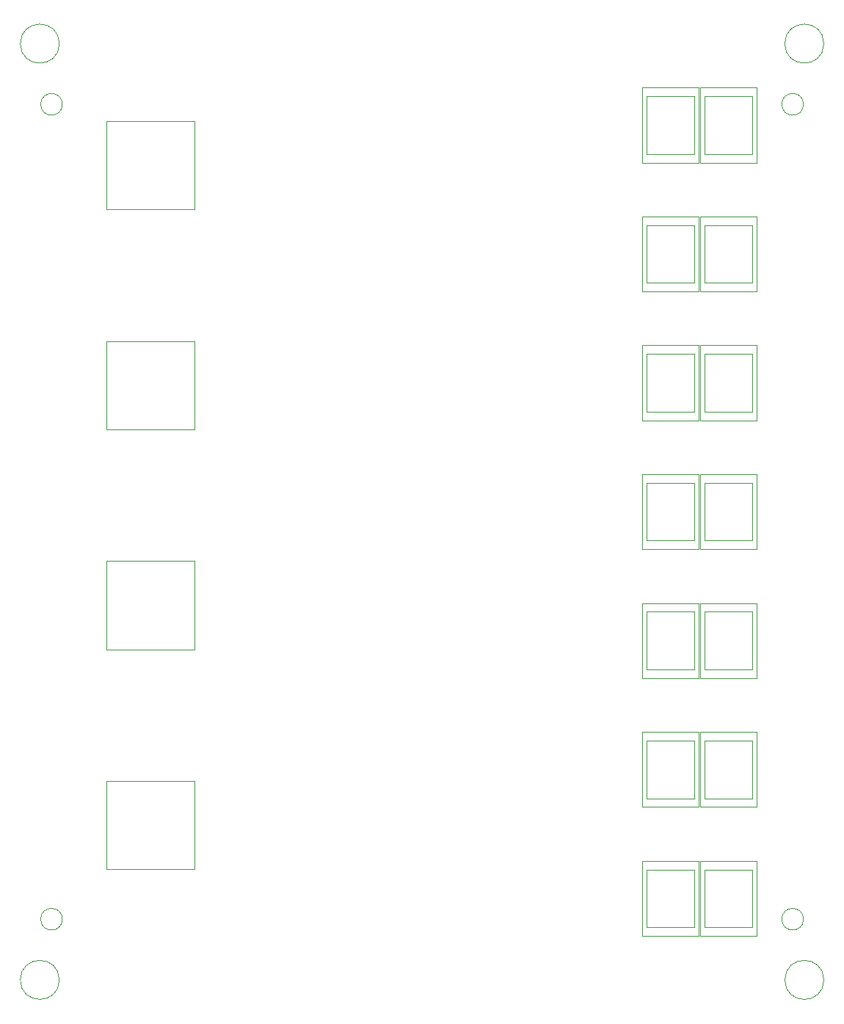
<source format=gbr>
G04 #@! TF.GenerationSoftware,KiCad,Pcbnew,8.0.4*
G04 #@! TF.CreationDate,2024-12-12T19:44:17+01:00*
G04 #@! TF.ProjectId,Combined_Module_Panel,436f6d62-696e-4656-945f-4d6f64756c65,rev?*
G04 #@! TF.SameCoordinates,Original*
G04 #@! TF.FileFunction,Other,User*
%FSLAX46Y46*%
G04 Gerber Fmt 4.6, Leading zero omitted, Abs format (unit mm)*
G04 Created by KiCad (PCBNEW 8.0.4) date 2024-12-12 19:44:17*
%MOMM*%
%LPD*%
G01*
G04 APERTURE LIST*
%ADD10C,0.050000*%
G04 APERTURE END LIST*
D10*
G04 #@! TO.C,REF\u002A\u002A*
X179004162Y-149575000D02*
G75*
G02*
X174504162Y-149575000I-2250000J0D01*
G01*
X174504162Y-149575000D02*
G75*
G02*
X179004162Y-149575000I2250000J0D01*
G01*
G04 #@! TO.C,U19*
X164729162Y-46655833D02*
X164729162Y-55315833D01*
X164729162Y-55315833D02*
X171229162Y-55315833D01*
X165229162Y-47655833D02*
X165229162Y-54315833D01*
X165229162Y-54315833D02*
X170729162Y-54315833D01*
X170729162Y-47655833D02*
X165229162Y-47655833D01*
X170729162Y-54315833D02*
X170729162Y-47655833D01*
X171229162Y-46655833D02*
X164729162Y-46655833D01*
X171229162Y-55315833D02*
X171229162Y-46655833D01*
G04 #@! TO.C,REF\u002A\u002A*
X176654162Y-48586000D02*
G75*
G02*
X174154162Y-48586000I-1250000J0D01*
G01*
X174154162Y-48586000D02*
G75*
G02*
X176654162Y-48586000I1250000J0D01*
G01*
G04 #@! TO.C,U18*
X158079162Y-61520833D02*
X158079162Y-70180833D01*
X158079162Y-70180833D02*
X164579162Y-70180833D01*
X158579162Y-62520833D02*
X158579162Y-69180833D01*
X158579162Y-69180833D02*
X164079162Y-69180833D01*
X164079162Y-62520833D02*
X158579162Y-62520833D01*
X164079162Y-69180833D02*
X164079162Y-62520833D01*
X164579162Y-61520833D02*
X158079162Y-61520833D01*
X164579162Y-70180833D02*
X164579162Y-61520833D01*
X158079162Y-91250833D02*
X158079162Y-99910833D01*
X158079162Y-99910833D02*
X164579162Y-99910833D01*
X158579162Y-92250833D02*
X158579162Y-98910833D01*
X158579162Y-98910833D02*
X164079162Y-98910833D01*
X164079162Y-92250833D02*
X158579162Y-92250833D01*
X164079162Y-98910833D02*
X164079162Y-92250833D01*
X164579162Y-91250833D02*
X158079162Y-91250833D01*
X164579162Y-99910833D02*
X164579162Y-91250833D01*
G04 #@! TO.C,REF\u002A\u002A*
X90807000Y-149575000D02*
G75*
G02*
X86307000Y-149575000I-2250000J0D01*
G01*
X86307000Y-149575000D02*
G75*
G02*
X90807000Y-149575000I2250000J0D01*
G01*
X91157000Y-48586000D02*
G75*
G02*
X88657000Y-48586000I-1250000J0D01*
G01*
X88657000Y-48586000D02*
G75*
G02*
X91157000Y-48586000I1250000J0D01*
G01*
G04 #@! TO.C,U19*
X164729162Y-120980833D02*
X164729162Y-129640833D01*
X164729162Y-129640833D02*
X171229162Y-129640833D01*
X165229162Y-121980833D02*
X165229162Y-128640833D01*
X165229162Y-128640833D02*
X170729162Y-128640833D01*
X170729162Y-121980833D02*
X165229162Y-121980833D01*
X170729162Y-128640833D02*
X170729162Y-121980833D01*
X171229162Y-120980833D02*
X164729162Y-120980833D01*
X171229162Y-129640833D02*
X171229162Y-120980833D01*
X164729162Y-106115833D02*
X164729162Y-114775833D01*
X164729162Y-114775833D02*
X171229162Y-114775833D01*
X165229162Y-107115833D02*
X165229162Y-113775833D01*
X165229162Y-113775833D02*
X170729162Y-113775833D01*
X170729162Y-107115833D02*
X165229162Y-107115833D01*
X170729162Y-113775833D02*
X170729162Y-107115833D01*
X171229162Y-106115833D02*
X164729162Y-106115833D01*
X171229162Y-114775833D02*
X171229162Y-106115833D01*
G04 #@! TO.C,U18*
X158079162Y-46655833D02*
X158079162Y-55315833D01*
X158079162Y-55315833D02*
X164579162Y-55315833D01*
X158579162Y-47655833D02*
X158579162Y-54315833D01*
X158579162Y-54315833D02*
X164079162Y-54315833D01*
X164079162Y-47655833D02*
X158579162Y-47655833D01*
X164079162Y-54315833D02*
X164079162Y-47655833D01*
X164579162Y-46655833D02*
X158079162Y-46655833D01*
X164579162Y-55315833D02*
X164579162Y-46655833D01*
G04 #@! TO.C,U19*
X164729162Y-61520833D02*
X164729162Y-70180833D01*
X164729162Y-70180833D02*
X171229162Y-70180833D01*
X165229162Y-62520833D02*
X165229162Y-69180833D01*
X165229162Y-69180833D02*
X170729162Y-69180833D01*
X170729162Y-62520833D02*
X165229162Y-62520833D01*
X170729162Y-69180833D02*
X170729162Y-62520833D01*
X171229162Y-61520833D02*
X164729162Y-61520833D01*
X171229162Y-70180833D02*
X171229162Y-61520833D01*
G04 #@! TO.C,REF\u002A\u002A*
X179004162Y-41586000D02*
G75*
G02*
X174504162Y-41586000I-2250000J0D01*
G01*
X174504162Y-41586000D02*
G75*
G02*
X179004162Y-41586000I2250000J0D01*
G01*
G04 #@! TO.C,U18*
X158079162Y-120980833D02*
X158079162Y-129640833D01*
X158079162Y-129640833D02*
X164579162Y-129640833D01*
X158579162Y-121980833D02*
X158579162Y-128640833D01*
X158579162Y-128640833D02*
X164079162Y-128640833D01*
X164079162Y-121980833D02*
X158579162Y-121980833D01*
X164079162Y-128640833D02*
X164079162Y-121980833D01*
X164579162Y-120980833D02*
X158079162Y-120980833D01*
X164579162Y-129640833D02*
X164579162Y-120980833D01*
X158079162Y-135844833D02*
X158079162Y-144504833D01*
X158079162Y-144504833D02*
X164579162Y-144504833D01*
X158579162Y-136844833D02*
X158579162Y-143504833D01*
X158579162Y-143504833D02*
X164079162Y-143504833D01*
X164079162Y-136844833D02*
X158579162Y-136844833D01*
X164079162Y-143504833D02*
X164079162Y-136844833D01*
X164579162Y-135844833D02*
X158079162Y-135844833D01*
X164579162Y-144504833D02*
X164579162Y-135844833D01*
G04 #@! TO.C,U19*
X164729162Y-91250833D02*
X164729162Y-99910833D01*
X164729162Y-99910833D02*
X171229162Y-99910833D01*
X165229162Y-92250833D02*
X165229162Y-98910833D01*
X165229162Y-98910833D02*
X170729162Y-98910833D01*
X170729162Y-92250833D02*
X165229162Y-92250833D01*
X170729162Y-98910833D02*
X170729162Y-92250833D01*
X171229162Y-91250833D02*
X164729162Y-91250833D01*
X171229162Y-99910833D02*
X171229162Y-91250833D01*
G04 #@! TO.C,U16*
X96220000Y-101261000D02*
X96220000Y-111461000D01*
X96220000Y-111461000D02*
X106420000Y-111461000D01*
X106420000Y-101261000D02*
X96220000Y-101261000D01*
X106420000Y-111461000D02*
X106420000Y-101261000D01*
X96220000Y-50519000D02*
X96220000Y-60719000D01*
X96220000Y-60719000D02*
X106420000Y-60719000D01*
X106420000Y-50519000D02*
X96220000Y-50519000D01*
X106420000Y-60719000D02*
X106420000Y-50519000D01*
X96220000Y-75890000D02*
X96220000Y-86090000D01*
X96220000Y-86090000D02*
X106420000Y-86090000D01*
X106420000Y-75890000D02*
X96220000Y-75890000D01*
X106420000Y-86090000D02*
X106420000Y-75890000D01*
X96220000Y-126632000D02*
X96220000Y-136832000D01*
X96220000Y-136832000D02*
X106420000Y-136832000D01*
X106420000Y-126632000D02*
X96220000Y-126632000D01*
X106420000Y-136832000D02*
X106420000Y-126632000D01*
G04 #@! TO.C,REF\u002A\u002A*
X176654162Y-142575000D02*
G75*
G02*
X174154162Y-142575000I-1250000J0D01*
G01*
X174154162Y-142575000D02*
G75*
G02*
X176654162Y-142575000I1250000J0D01*
G01*
G04 #@! TO.C,U18*
X158079162Y-76385833D02*
X158079162Y-85045833D01*
X158079162Y-85045833D02*
X164579162Y-85045833D01*
X158579162Y-77385833D02*
X158579162Y-84045833D01*
X158579162Y-84045833D02*
X164079162Y-84045833D01*
X164079162Y-77385833D02*
X158579162Y-77385833D01*
X164079162Y-84045833D02*
X164079162Y-77385833D01*
X164579162Y-76385833D02*
X158079162Y-76385833D01*
X164579162Y-85045833D02*
X164579162Y-76385833D01*
G04 #@! TO.C,REF\u002A\u002A*
X90807000Y-41586000D02*
G75*
G02*
X86307000Y-41586000I-2250000J0D01*
G01*
X86307000Y-41586000D02*
G75*
G02*
X90807000Y-41586000I2250000J0D01*
G01*
X91157000Y-142575000D02*
G75*
G02*
X88657000Y-142575000I-1250000J0D01*
G01*
X88657000Y-142575000D02*
G75*
G02*
X91157000Y-142575000I1250000J0D01*
G01*
G04 #@! TO.C,U19*
X164729162Y-135844833D02*
X164729162Y-144504833D01*
X164729162Y-144504833D02*
X171229162Y-144504833D01*
X165229162Y-136844833D02*
X165229162Y-143504833D01*
X165229162Y-143504833D02*
X170729162Y-143504833D01*
X170729162Y-136844833D02*
X165229162Y-136844833D01*
X170729162Y-143504833D02*
X170729162Y-136844833D01*
X171229162Y-135844833D02*
X164729162Y-135844833D01*
X171229162Y-144504833D02*
X171229162Y-135844833D01*
G04 #@! TO.C,U18*
X158079162Y-106115833D02*
X158079162Y-114775833D01*
X158079162Y-114775833D02*
X164579162Y-114775833D01*
X158579162Y-107115833D02*
X158579162Y-113775833D01*
X158579162Y-113775833D02*
X164079162Y-113775833D01*
X164079162Y-107115833D02*
X158579162Y-107115833D01*
X164079162Y-113775833D02*
X164079162Y-107115833D01*
X164579162Y-106115833D02*
X158079162Y-106115833D01*
X164579162Y-114775833D02*
X164579162Y-106115833D01*
G04 #@! TO.C,U19*
X164729162Y-76385833D02*
X164729162Y-85045833D01*
X164729162Y-85045833D02*
X171229162Y-85045833D01*
X165229162Y-77385833D02*
X165229162Y-84045833D01*
X165229162Y-84045833D02*
X170729162Y-84045833D01*
X170729162Y-77385833D02*
X165229162Y-77385833D01*
X170729162Y-84045833D02*
X170729162Y-77385833D01*
X171229162Y-76385833D02*
X164729162Y-76385833D01*
X171229162Y-85045833D02*
X171229162Y-76385833D01*
G04 #@! TD*
M02*

</source>
